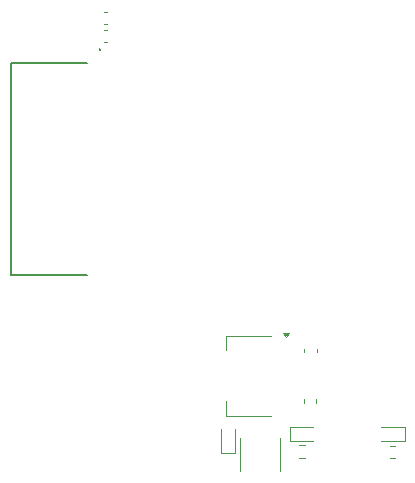
<source format=gbr>
%TF.GenerationSoftware,KiCad,Pcbnew,8.0.9*%
%TF.CreationDate,2025-07-03T09:04:04+02:00*%
%TF.ProjectId,Project,50726f6a-6563-4742-9e6b-696361645f70,rev?*%
%TF.SameCoordinates,Original*%
%TF.FileFunction,Legend,Bot*%
%TF.FilePolarity,Positive*%
%FSLAX46Y46*%
G04 Gerber Fmt 4.6, Leading zero omitted, Abs format (unit mm)*
G04 Created by KiCad (PCBNEW 8.0.9) date 2025-07-03 09:04:04*
%MOMM*%
%LPD*%
G01*
G04 APERTURE LIST*
%ADD10C,0.120000*%
%ADD11C,0.200000*%
G04 APERTURE END LIST*
D10*
%TO.C,R1*%
X259135058Y-325593237D02*
X258660542Y-325593237D01*
X259135058Y-326638237D02*
X258660542Y-326638237D01*
%TO.C,U2*%
X249860800Y-316382800D02*
X249620800Y-316052800D01*
X250100800Y-316052800D01*
X249860800Y-316382800D01*
G36*
X249860800Y-316382800D02*
G01*
X249620800Y-316052800D01*
X250100800Y-316052800D01*
X249860800Y-316382800D01*
G37*
X244820800Y-323102800D02*
X248580800Y-323102800D01*
X244820800Y-321842800D02*
X244820800Y-323102800D01*
X244820800Y-317542800D02*
X244820800Y-316282800D01*
X244820800Y-316282800D02*
X248580800Y-316282800D01*
%TO.C,D176*%
X259929200Y-324017137D02*
X257969200Y-324017137D01*
X259929200Y-325217137D02*
X257969200Y-325217137D01*
X259929200Y-325217137D02*
X259929200Y-324017137D01*
%TO.C,C1*%
X234461820Y-290403600D02*
X234742980Y-290403600D01*
X234461820Y-291423600D02*
X234742980Y-291423600D01*
%TO.C,C4*%
X252473600Y-317430020D02*
X252473600Y-317711180D01*
X251453600Y-317430020D02*
X251453600Y-317711180D01*
%TO.C,D175*%
X250195600Y-323991737D02*
X250195600Y-325191737D01*
X250195600Y-323991737D02*
X252155600Y-323991737D01*
X250195600Y-325191737D02*
X252155600Y-325191737D01*
%TO.C,C3*%
X252448200Y-321671820D02*
X252448200Y-321952980D01*
X251428200Y-321671820D02*
X251428200Y-321952980D01*
%TO.C,C2*%
X234461820Y-288854200D02*
X234742980Y-288854200D01*
X234461820Y-289874200D02*
X234742980Y-289874200D01*
%TO.C,D180*%
X244353200Y-326181937D02*
X245553200Y-326181937D01*
X244353200Y-326181937D02*
X244353200Y-324221937D01*
X245553200Y-326181937D02*
X245553200Y-324221937D01*
D11*
%TO.C,IC1*%
X234102000Y-292091200D02*
G75*
G02*
X234102000Y-291991200I0J50000D01*
G01*
X234102000Y-291991200D02*
G75*
G02*
X234102000Y-292091200I0J-50000D01*
G01*
X234102000Y-291991200D02*
G75*
G02*
X234102000Y-292091200I0J-50000D01*
G01*
X234102000Y-292091200D02*
X234102000Y-292091200D01*
X234102000Y-291991200D02*
X234102000Y-291991200D01*
X234102000Y-291991200D02*
X234102000Y-291991200D01*
X233062000Y-311191200D02*
X226612000Y-311191200D01*
X226612000Y-311191200D02*
X226612000Y-293191200D01*
X226612000Y-293191200D02*
X233062000Y-293191200D01*
D10*
%TO.C,F3*%
X245961000Y-327726689D02*
X245961000Y-324954185D01*
X249381000Y-327726689D02*
X249381000Y-324954185D01*
%TO.C,R2*%
X250989742Y-325567837D02*
X251464258Y-325567837D01*
X250989742Y-326612837D02*
X251464258Y-326612837D01*
%TD*%
M02*

</source>
